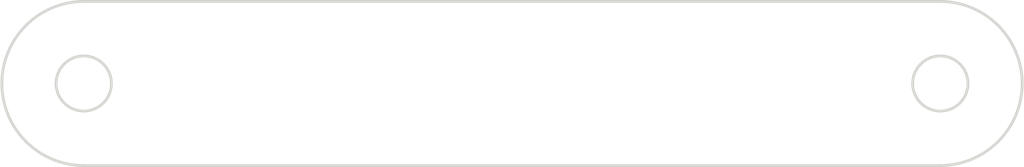
<source format=kicad_pcb>
(kicad_pcb (version 20171130) (host pcbnew "(5.1.9)-1")

  (general
    (thickness 1.6)
    (drawings 6)
    (tracks 0)
    (zones 0)
    (modules 0)
    (nets 1)
  )

  (page A4)
  (layers
    (0 F.Cu signal)
    (31 B.Cu signal)
    (32 B.Adhes user)
    (33 F.Adhes user)
    (34 B.Paste user)
    (35 F.Paste user)
    (36 B.SilkS user)
    (37 F.SilkS user)
    (38 B.Mask user)
    (39 F.Mask user)
    (40 Dwgs.User user)
    (41 Cmts.User user)
    (42 Eco1.User user)
    (43 Eco2.User user)
    (44 Edge.Cuts user)
    (45 Margin user)
    (46 B.CrtYd user)
    (47 F.CrtYd user)
    (48 B.Fab user)
    (49 F.Fab user)
  )

  (setup
    (last_trace_width 0.25)
    (trace_clearance 0.2)
    (zone_clearance 0.508)
    (zone_45_only no)
    (trace_min 0.2)
    (via_size 0.8)
    (via_drill 0.4)
    (via_min_size 0.4)
    (via_min_drill 0.3)
    (uvia_size 0.3)
    (uvia_drill 0.1)
    (uvias_allowed no)
    (uvia_min_size 0.2)
    (uvia_min_drill 0.1)
    (edge_width 0.1)
    (segment_width 0.2)
    (pcb_text_width 0.3)
    (pcb_text_size 1.5 1.5)
    (mod_edge_width 0.15)
    (mod_text_size 1 1)
    (mod_text_width 0.15)
    (pad_size 1.524 1.524)
    (pad_drill 0.762)
    (pad_to_mask_clearance 0)
    (aux_axis_origin 0 0)
    (visible_elements 7FFFF7FF)
    (pcbplotparams
      (layerselection 0x010fc_ffffffff)
      (usegerberextensions false)
      (usegerberattributes true)
      (usegerberadvancedattributes true)
      (creategerberjobfile true)
      (excludeedgelayer true)
      (linewidth 0.100000)
      (plotframeref false)
      (viasonmask false)
      (mode 1)
      (useauxorigin false)
      (hpglpennumber 1)
      (hpglpenspeed 20)
      (hpglpendiameter 15.000000)
      (psnegative false)
      (psa4output false)
      (plotreference false)
      (plotvalue false)
      (plotinvisibletext false)
      (padsonsilk false)
      (subtractmaskfromsilk false)
      (outputformat 1)
      (mirror false)
      (drillshape 0)
      (scaleselection 1)
      (outputdirectory ""))
  )

  (net 0 "")

  (net_class Default "This is the default net class."
    (clearance 0.2)
    (trace_width 0.25)
    (via_dia 0.8)
    (via_drill 0.4)
    (uvia_dia 0.3)
    (uvia_drill 0.1)
  )

  (gr_circle (center 152.995441 98.226645) (end 153.995441 98.226645) (layer Edge.Cuts) (width 0.1) (tstamp 60B6BC06))
  (gr_line (start 183.951717 95.25008) (end 152.995441 95.25008) (layer Edge.Cuts) (width 0.1) (tstamp 60B6BC14))
  (gr_circle (center 183.951717 98.226645) (end 184.951717 98.226645) (layer Edge.Cuts) (width 0.1) (tstamp 60B6BC00))
  (gr_arc (start 152.995441 98.226645) (end 152.995441 95.25008) (angle -180) (layer Edge.Cuts) (width 0.1))
  (gr_arc (start 183.951717 98.226645) (end 183.951717 101.20321) (angle -180) (layer Edge.Cuts) (width 0.1))
  (gr_line (start 152.995441 101.20321) (end 183.951717 101.20321) (layer Edge.Cuts) (width 0.1) (tstamp 60B6BC15))

)

</source>
